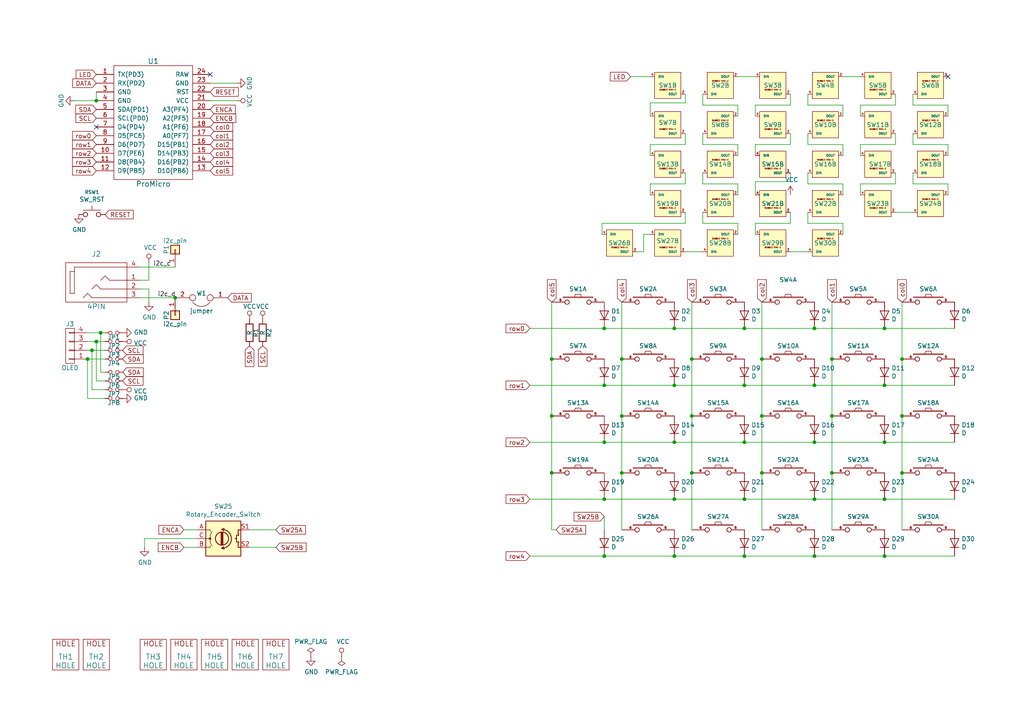
<source format=kicad_sch>
(kicad_sch (version 20230121) (generator eeschema)
  (paper "A4")
  (junction (at 25.4 104.14))
  (junction (at 241.3 104.14))
  (junction (at 195.58 95.25))
  (junction (at 160.02 104.14))
  (junction (at 261.62 120.65))
  (junction (at 215.9 95.25))
  (junction (at 220.98 120.65))
  (junction (at 236.22 161.29))
  (junction (at 180.34 120.65))
  (junction (at 256.54 111.76))
  (junction (at 26.67 101.6))
  (junction (at 27.94 99.06))
  (junction (at 175.26 95.25))
  (junction (at 195.58 161.29))
  (junction (at 180.34 104.14))
  (junction (at 215.9 161.29))
  (junction (at 256.54 161.29))
  (junction (at 200.66 120.65))
  (junction (at 215.9 144.78))
  (junction (at 261.62 104.14))
  (junction (at 236.22 128.27))
  (junction (at 175.26 161.29))
  (junction (at 220.98 104.14))
  (junction (at 256.54 128.27))
  (junction (at 175.26 111.76))
  (junction (at 27.94 29.21))
  (junction (at 195.58 144.78))
  (junction (at 256.54 95.25))
  (junction (at 160.02 120.65))
  (junction (at 241.3 137.16))
  (junction (at 236.22 111.76))
  (junction (at 236.22 95.25))
  (junction (at 200.66 137.16))
  (junction (at 215.9 128.27))
  (junction (at 50.8 86.36))
  (junction (at 236.22 144.78))
  (junction (at 175.26 144.78))
  (junction (at 180.34 137.16))
  (junction (at 215.9 111.76))
  (junction (at 241.3 120.65))
  (junction (at 261.62 137.16))
  (junction (at 175.26 128.27))
  (junction (at 29.21 96.52))
  (junction (at 160.02 137.16))
  (junction (at 200.66 104.14))
  (junction (at 220.98 137.16))
  (junction (at 195.58 111.76))
  (junction (at 256.54 144.78))
  (junction (at 195.58 128.27))
  (no_connect (at 60.96 21.59))
  (no_connect (at 27.94 36.83))
  (no_connect (at 274.955 22.225))
  (wire (pts (xy 203.835 41.91) (xy 203.835 38.735)))
  (wire (pts (xy 244.475 64.77) (xy 234.315 64.77)))
  (wire (pts (xy 195.58 144.78) (xy 175.26 144.78)))
  (wire (pts (xy 27.94 110.49) (xy 30.48 110.49)))
  (wire (pts (xy 200.66 137.16) (xy 200.66 153.67)))
  (wire (pts (xy 236.22 144.78) (xy 256.54 144.78)))
  (wire (pts (xy 229.235 50.165) (xy 229.235 52.705)))
  (wire (pts (xy 198.755 53.34) (xy 188.595 53.34)))
  (wire (pts (xy 236.22 161.29) (xy 256.54 161.29)))
  (wire (pts (xy 25.4 99.06) (xy 27.94 99.06)))
  (wire (pts (xy 30.48 104.14) (xy 25.4 104.14)))
  (wire (pts (xy 229.235 38.735) (xy 229.235 41.91)))
  (wire (pts (xy 175.26 144.78) (xy 153.67 144.78)))
  (wire (pts (xy 259.715 30.48) (xy 249.555 30.48)))
  (wire (pts (xy 256.54 95.25) (xy 276.86 95.25)))
  (wire (pts (xy 174.625 64.77) (xy 174.625 67.945)))
  (wire (pts (xy 43.18 83.82) (xy 43.18 87.63)))
  (wire (pts (xy 213.995 56.515) (xy 213.995 53.34)))
  (wire (pts (xy 241.3 104.14) (xy 241.3 120.65)))
  (wire (pts (xy 53.34 153.67) (xy 57.15 153.67)))
  (wire (pts (xy 244.475 67.945) (xy 244.475 64.77)))
  (wire (pts (xy 220.98 87.63) (xy 220.98 104.14)))
  (wire (pts (xy 261.62 120.65) (xy 261.62 104.14)))
  (wire (pts (xy 234.315 64.77) (xy 234.315 61.595)))
  (wire (pts (xy 213.995 22.225) (xy 219.075 22.225)))
  (wire (pts (xy 229.235 41.91) (xy 219.075 41.91)))
  (wire (pts (xy 241.3 87.63) (xy 241.3 104.14)))
  (wire (pts (xy 25.4 115.57) (xy 30.48 115.57)))
  (wire (pts (xy 203.835 30.48) (xy 203.835 27.305)))
  (wire (pts (xy 220.98 104.14) (xy 220.98 120.65)))
  (wire (pts (xy 249.555 53.34) (xy 249.555 56.515)))
  (wire (pts (xy 249.555 41.91) (xy 249.555 45.085)))
  (wire (pts (xy 244.475 33.655) (xy 244.475 30.48)))
  (wire (pts (xy 219.075 30.48) (xy 219.075 33.655)))
  (wire (pts (xy 256.54 144.78) (xy 276.86 144.78)))
  (wire (pts (xy 29.21 96.52) (xy 29.21 107.95)))
  (wire (pts (xy 213.995 33.655) (xy 213.995 30.48)))
  (wire (pts (xy 160.02 137.16) (xy 160.02 153.67)))
  (wire (pts (xy 229.235 30.48) (xy 219.075 30.48)))
  (wire (pts (xy 219.075 41.91) (xy 219.075 45.085)))
  (wire (pts (xy 264.795 53.34) (xy 264.795 50.165)))
  (wire (pts (xy 175.26 161.29) (xy 195.58 161.29)))
  (wire (pts (xy 220.98 120.65) (xy 220.98 137.16)))
  (wire (pts (xy 180.34 120.65) (xy 180.34 137.16)))
  (wire (pts (xy 213.995 41.91) (xy 203.835 41.91)))
  (wire (pts (xy 27.94 99.06) (xy 27.94 110.49)))
  (wire (pts (xy 274.955 56.515) (xy 274.955 53.34)))
  (wire (pts (xy 186.69 67.945) (xy 188.595 67.945)))
  (wire (pts (xy 259.715 53.34) (xy 249.555 53.34)))
  (wire (pts (xy 53.34 158.75) (xy 57.15 158.75)))
  (wire (pts (xy 264.795 41.91) (xy 264.795 38.735)))
  (wire (pts (xy 259.715 61.595) (xy 264.795 61.595)))
  (wire (pts (xy 215.9 161.29) (xy 236.22 161.29)))
  (wire (pts (xy 229.235 61.595) (xy 229.235 64.77)))
  (wire (pts (xy 40.64 83.82) (xy 43.18 83.82)))
  (wire (pts (xy 175.26 128.27) (xy 153.67 128.27)))
  (wire (pts (xy 256.54 111.76) (xy 276.86 111.76)))
  (wire (pts (xy 234.315 53.34) (xy 234.315 50.165)))
  (wire (pts (xy 195.58 111.76) (xy 215.9 111.76)))
  (wire (pts (xy 220.98 137.16) (xy 220.98 153.67)))
  (wire (pts (xy 43.18 81.28) (xy 40.64 81.28)))
  (wire (pts (xy 25.4 104.14) (xy 25.4 115.57)))
  (wire (pts (xy 229.235 27.305) (xy 229.235 30.48)))
  (wire (pts (xy 27.94 99.06) (xy 30.48 99.06)))
  (wire (pts (xy 198.755 38.735) (xy 198.755 41.91)))
  (wire (pts (xy 200.66 120.65) (xy 200.66 137.16)))
  (wire (pts (xy 215.9 144.78) (xy 236.22 144.78)))
  (wire (pts (xy 274.955 30.48) (xy 264.795 30.48)))
  (wire (pts (xy 198.755 41.91) (xy 188.595 41.91)))
  (wire (pts (xy 195.58 161.29) (xy 215.9 161.29)))
  (wire (pts (xy 72.39 153.67) (xy 80.01 153.67)))
  (wire (pts (xy 213.995 67.945) (xy 213.995 64.77)))
  (wire (pts (xy 72.39 158.75) (xy 80.01 158.75)))
  (wire (pts (xy 244.475 30.48) (xy 234.315 30.48)))
  (wire (pts (xy 274.955 53.34) (xy 264.795 53.34)))
  (wire (pts (xy 27.94 26.67) (xy 27.94 29.21)))
  (wire (pts (xy 229.235 64.77) (xy 219.075 64.77)))
  (wire (pts (xy 198.755 50.165) (xy 198.755 53.34)))
  (wire (pts (xy 40.64 77.47) (xy 50.8 77.47)))
  (wire (pts (xy 182.88 22.225) (xy 188.595 22.225)))
  (wire (pts (xy 256.54 161.29) (xy 276.86 161.29)))
  (wire (pts (xy 213.995 45.085) (xy 213.995 41.91)))
  (wire (pts (xy 195.58 128.27) (xy 215.9 128.27)))
  (wire (pts (xy 200.66 104.14) (xy 200.66 120.65)))
  (wire (pts (xy 203.835 64.77) (xy 203.835 61.595)))
  (wire (pts (xy 26.67 113.03) (xy 30.48 113.03)))
  (wire (pts (xy 175.26 149.86) (xy 175.26 153.67)))
  (wire (pts (xy 188.595 53.34) (xy 188.595 56.515)))
  (wire (pts (xy 259.715 50.165) (xy 259.715 53.34)))
  (wire (pts (xy 60.96 24.13) (xy 68.58 24.13)))
  (wire (pts (xy 25.4 101.6) (xy 26.67 101.6)))
  (wire (pts (xy 195.58 144.78) (xy 215.9 144.78)))
  (wire (pts (xy 215.9 111.76) (xy 236.22 111.76)))
  (wire (pts (xy 234.315 41.91) (xy 234.315 38.735)))
  (wire (pts (xy 229.235 52.705) (xy 219.075 52.705)))
  (wire (pts (xy 219.075 52.705) (xy 219.075 56.515)))
  (wire (pts (xy 213.995 64.77) (xy 203.835 64.77)))
  (wire (pts (xy 261.62 137.16) (xy 261.62 153.67)))
  (wire (pts (xy 180.34 137.16) (xy 180.34 153.67)))
  (wire (pts (xy 236.22 111.76) (xy 256.54 111.76)))
  (wire (pts (xy 160.02 153.67) (xy 161.29 153.67)))
  (wire (pts (xy 264.795 30.48) (xy 264.795 27.305)))
  (wire (pts (xy 234.315 30.48) (xy 234.315 27.305)))
  (wire (pts (xy 188.595 41.91) (xy 188.595 45.085)))
  (wire (pts (xy 195.58 111.76) (xy 175.26 111.76)))
  (wire (pts (xy 29.21 107.95) (xy 30.48 107.95)))
  (wire (pts (xy 198.755 73.025) (xy 203.835 73.025)))
  (wire (pts (xy 256.54 95.25) (xy 236.22 95.25)))
  (wire (pts (xy 195.58 95.25) (xy 175.26 95.25)))
  (wire (pts (xy 29.21 96.52) (xy 30.48 96.52)))
  (wire (pts (xy 26.67 101.6) (xy 30.48 101.6)))
  (wire (pts (xy 244.475 45.085) (xy 244.475 41.91)))
  (wire (pts (xy 57.15 156.21) (xy 41.91 156.21)))
  (wire (pts (xy 160.02 104.14) (xy 160.02 120.65)))
  (wire (pts (xy 241.3 137.16) (xy 241.3 120.65)))
  (wire (pts (xy 180.34 87.63) (xy 180.34 104.14)))
  (wire (pts (xy 259.715 41.91) (xy 249.555 41.91)))
  (wire (pts (xy 203.835 53.34) (xy 203.835 50.165)))
  (wire (pts (xy 160.02 120.65) (xy 160.02 137.16)))
  (wire (pts (xy 175.26 95.25) (xy 153.67 95.25)))
  (wire (pts (xy 198.755 29.845) (xy 188.595 29.845)))
  (wire (pts (xy 43.18 76.2) (xy 43.18 81.28)))
  (wire (pts (xy 180.34 104.14) (xy 180.34 120.65)))
  (wire (pts (xy 40.64 86.36) (xy 50.8 86.36)))
  (wire (pts (xy 241.3 137.16) (xy 241.3 153.67)))
  (wire (pts (xy 244.475 56.515) (xy 244.475 53.34)))
  (wire (pts (xy 219.075 64.77) (xy 219.075 67.945)))
  (wire (pts (xy 215.9 128.27) (xy 236.22 128.27)))
  (wire (pts (xy 213.995 30.48) (xy 203.835 30.48)))
  (wire (pts (xy 153.67 161.29) (xy 175.26 161.29)))
  (wire (pts (xy 195.58 128.27) (xy 175.26 128.27)))
  (wire (pts (xy 274.955 45.085) (xy 274.955 41.91)))
  (wire (pts (xy 261.62 120.65) (xy 261.62 137.16)))
  (wire (pts (xy 261.62 104.14) (xy 261.62 87.63)))
  (wire (pts (xy 244.475 53.34) (xy 234.315 53.34)))
  (wire (pts (xy 259.715 38.735) (xy 259.715 41.91)))
  (wire (pts (xy 229.235 73.025) (xy 234.315 73.025)))
  (wire (pts (xy 215.9 95.25) (xy 236.22 95.25)))
  (wire (pts (xy 184.785 73.025) (xy 186.69 73.025)))
  (wire (pts (xy 195.58 95.25) (xy 215.9 95.25)))
  (wire (pts (xy 26.67 101.6) (xy 26.67 113.03)))
  (wire (pts (xy 198.755 61.595) (xy 198.755 64.77)))
  (wire (pts (xy 244.475 22.225) (xy 249.555 22.225)))
  (wire (pts (xy 213.995 53.34) (xy 203.835 53.34)))
  (wire (pts (xy 274.955 33.655) (xy 274.955 30.48)))
  (wire (pts (xy 244.475 41.91) (xy 234.315 41.91)))
  (wire (pts (xy 41.91 156.21) (xy 41.91 158.75)))
  (wire (pts (xy 198.755 27.305) (xy 198.755 29.845)))
  (wire (pts (xy 274.955 41.91) (xy 264.795 41.91)))
  (wire (pts (xy 60.96 29.21) (xy 68.58 29.21)))
  (wire (pts (xy 249.555 30.48) (xy 249.555 33.655)))
  (wire (pts (xy 175.26 111.76) (xy 153.67 111.76)))
  (wire (pts (xy 188.595 29.845) (xy 188.595 33.655)))
  (wire (pts (xy 236.22 128.27) (xy 256.54 128.27)))
  (wire (pts (xy 25.4 96.52) (xy 29.21 96.52)))
  (wire (pts (xy 27.94 29.21) (xy 21.59 29.21)))
  (wire (pts (xy 259.715 27.305) (xy 259.715 30.48)))
  (wire (pts (xy 200.66 87.63) (xy 200.66 104.14)))
  (wire (pts (xy 186.69 73.025) (xy 186.69 67.945)))
  (wire (pts (xy 198.755 64.77) (xy 174.625 64.77)))
  (wire (pts (xy 256.54 128.27) (xy 276.86 128.27)))
  (wire (pts (xy 160.02 87.63) (xy 160.02 104.14)))
  (label "i2c_d" (at 45.72 86.36 0))
  (label "i2c_c" (at 44.45 77.47 0))
  (global_label "SW25B" (shape input) (at 80.01 158.75 0) (property "Intersheetrefs" "${INTERSHEET_REFS}" (effects hide)))
  (global_label "col0" (shape input) (at 261.62 87.63 90) (property "Intersheetrefs" "${INTERSHEET_REFS}" (effects hide)))
  (global_label "SDA" (shape input) (at 27.94 31.75 180) (property "Intersheetrefs" "${INTERSHEET_REFS}" (effects hide)))
  (global_label "col2" (shape input) (at 60.96 41.91 0) (property "Intersheetrefs" "${INTERSHEET_REFS}" (effects hide)))
  (global_label "row2" (shape input) (at 27.94 44.45 180) (property "Intersheetrefs" "${INTERSHEET_REFS}" (effects hide)))
  (global_label "col4" (shape input) (at 180.34 87.63 90) (property "Intersheetrefs" "${INTERSHEET_REFS}" (effects hide)))
  (global_label "col1" (shape input) (at 241.3 87.63 90) (property "Intersheetrefs" "${INTERSHEET_REFS}" (effects hide)))
  (global_label "col0" (shape input) (at 60.96 36.83 0) (property "Intersheetrefs" "${INTERSHEET_REFS}" (effects hide)))
  (global_label "LED" (shape input) (at 27.94 21.59 180) (property "Intersheetrefs" "${INTERSHEET_REFS}" (effects hide)))
  (global_label "row1" (shape input) (at 27.94 41.91 180) (property "Intersheetrefs" "${INTERSHEET_REFS}" (effects hide)))
  (global_label "SW25A" (shape input) (at 80.01 153.67 0) (property "Intersheetrefs" "${INTERSHEET_REFS}" (effects hide)))
  (global_label "ENCA" (shape input) (at 53.34 153.67 180) (property "Intersheetrefs" "${INTERSHEET_REFS}" (effects hide)))
  (global_label "SW25B" (shape input) (at 175.26 149.86 180) (property "Intersheetrefs" "${INTERSHEET_REFS}" (effects hide)))
  (global_label "SCL" (shape input) (at 35.56 101.6 0) (property "Intersheetrefs" "${INTERSHEET_REFS}" (effects hide)))
  (global_label "LED" (shape input) (at 182.88 22.225 180) (property "Intersheetrefs" "${INTERSHEET_REFS}" (effects hide)))
  (global_label "col1" (shape input) (at 60.96 39.37 0) (property "Intersheetrefs" "${INTERSHEET_REFS}" (effects hide)))
  (global_label "ENCB" (shape input) (at 53.34 158.75 180) (property "Intersheetrefs" "${INTERSHEET_REFS}" (effects hide)))
  (global_label "col4" (shape input) (at 60.96 46.99 0) (property "Intersheetrefs" "${INTERSHEET_REFS}" (effects hide)))
  (global_label "SCL" (shape input) (at 35.56 110.49 0) (property "Intersheetrefs" "${INTERSHEET_REFS}" (effects hide)))
  (global_label "row0" (shape input) (at 153.67 95.25 180) (property "Intersheetrefs" "${INTERSHEET_REFS}" (effects hide)))
  (global_label "row3" (shape input) (at 27.94 46.99 180) (property "Intersheetrefs" "${INTERSHEET_REFS}" (effects hide)))
  (global_label "ENCB" (shape input) (at 60.96 34.29 0) (property "Intersheetrefs" "${INTERSHEET_REFS}" (effects hide)))
  (global_label "SDA" (shape input) (at 35.56 107.95 0) (property "Intersheetrefs" "${INTERSHEET_REFS}" (effects hide)))
  (global_label "ENCA" (shape input) (at 60.96 31.75 0) (property "Intersheetrefs" "${INTERSHEET_REFS}" (effects hide)))
  (global_label "row4" (shape input) (at 153.67 161.29 180) (property "Intersheetrefs" "${INTERSHEET_REFS}" (effects hide)))
  (global_label "SDA" (shape input) (at 35.56 104.14 0) (property "Intersheetrefs" "${INTERSHEET_REFS}" (effects hide)))
  (global_label "RESET" (shape input) (at 60.96 26.67 0) (property "Intersheetrefs" "${INTERSHEET_REFS}" (effects hide)))
  (global_label "col5" (shape input) (at 160.02 87.63 90) (property "Intersheetrefs" "${INTERSHEET_REFS}" (effects hide)))
  (global_label "row1" (shape input) (at 153.67 111.76 180) (property "Intersheetrefs" "${INTERSHEET_REFS}" (effects hide)))
  (global_label "col2" (shape input) (at 220.98 87.63 90) (property "Intersheetrefs" "${INTERSHEET_REFS}" (effects hide)))
  (global_label "RESET" (shape input) (at 30.48 62.23 0) (property "Intersheetrefs" "${INTERSHEET_REFS}" (effects hide)))
  (global_label "DATA" (shape input) (at 27.94 24.13 180) (property "Intersheetrefs" "${INTERSHEET_REFS}" (effects hide)))
  (global_label "SCL" (shape input) (at 76.2 100.33 270) (property "Intersheetrefs" "${INTERSHEET_REFS}" (effects hide)))
  (global_label "SDA" (shape input) (at 72.39 100.33 270) (property "Intersheetrefs" "${INTERSHEET_REFS}" (effects hide)))
  (global_label "col3" (shape input) (at 60.96 44.45 0) (property "Intersheetrefs" "${INTERSHEET_REFS}" (effects hide)))
  (global_label "row0" (shape input) (at 27.94 39.37 180) (property "Intersheetrefs" "${INTERSHEET_REFS}" (effects hide)))
  (global_label "DATA" (shape input) (at 66.04 86.36 0) (property "Intersheetrefs" "${INTERSHEET_REFS}" (effects hide)))
  (global_label "SCL" (shape input) (at 27.94 34.29 180) (property "Intersheetrefs" "${INTERSHEET_REFS}" (effects hide)))
  (global_label "col5" (shape input) (at 60.96 49.53 0) (property "Intersheetrefs" "${INTERSHEET_REFS}" (effects hide)))
  (global_label "row3" (shape input) (at 153.67 144.78 180) (property "Intersheetrefs" "${INTERSHEET_REFS}" (effects hide)))
  (global_label "row2" (shape input) (at 153.67 128.27 180) (property "Intersheetrefs" "${INTERSHEET_REFS}" (effects hide)))
  (global_label "SW25A" (shape input) (at 161.29 153.67 0) (property "Intersheetrefs" "${INTERSHEET_REFS}" (effects hide)))
  (global_label "row4" (shape input) (at 27.94 49.53 180) (property "Intersheetrefs" "${INTERSHEET_REFS}" (effects hide)))
  (global_label "col3" (shape input) (at 200.66 87.63 90) (property "Intersheetrefs" "${INTERSHEET_REFS}" (effects hide)))
  (symbol (lib_id "SofleKeyboard-rescue:ProMicro_2-Lily58-cache-Lily58_Pro-rescue") (at 44.45 35.56 0) (unit 1)
    (property "Reference" "U1" (at 44.45 17.78 0) (effects (font (size 1.524 1.524))))
    (property "Value" "ProMicro" (at 44.45 53.34 0) (effects (font (size 1.524 1.524))))
    (property "Footprint" "SofleKeyboard-footprint:ProMicro" (effects hide))
  )
  (symbol (lib_id "SofleKeyboard:SW_PUSH_LED") (at 187.96 153.67 0) (unit 1)
    (property "Reference" "SW26" (at 187.96 149.86 0))
    (property "Value" "SW_PUSH_LED" (effects hide))
    (property "Footprint" "SofleChoc:Choc_Hotswap_SK6812MiniE" (effects hide))
  )
  (symbol (lib_id "SofleKeyboard:SW_PUSH_LED") (at 167.64 87.63 0) (unit 1)
    (property "Reference" "SW1" (at 167.64 83.82 0))
    (property "Value" "SW_PUSH_LED" (effects hide))
    (property "Footprint" "SofleChoc:Choc_Hotswap_SK6812MiniE" (effects hide))
  )
  (symbol (lib_id "SofleKeyboard-rescue:D-Lily58-cache-Lily58_Pro-rescue") (at 175.26 91.44 90) (unit 1)
    (property "Reference" "D1" (at 177.2666 90.2716 90) (effects (justify right)))
    (property "Value" "D" (at 177.2666 92.583 90) (effects (justify right)))
    (property "Footprint" "SofleKeyboard-footprint:Diode_SOD123" (effects hide))
  )
  (symbol (lib_id "SofleKeyboard:SW_PUSH_LED") (at 187.96 87.63 0) (unit 1)
    (property "Reference" "SW2" (at 187.96 83.82 0))
    (property "Value" "SW_PUSH_LED" (effects hide))
    (property "Footprint" "SofleChoc:Choc_Hotswap_SK6812MiniE" (effects hide))
  )
  (symbol (lib_id "SofleKeyboard-rescue:D-Lily58-cache-Lily58_Pro-rescue") (at 195.58 91.44 90) (unit 1)
    (property "Reference" "D2" (at 197.5866 90.2716 90) (effects (justify right)))
    (property "Value" "D" (at 197.5866 92.583 90) (effects (justify right)))
    (property "Footprint" "SofleKeyboard-footprint:Diode_SOD123" (effects hide))
  )
  (symbol (lib_id "SofleKeyboard:SW_PUSH_LED") (at 208.28 87.63 0) (unit 1)
    (property "Reference" "SW3" (at 208.28 83.82 0))
    (property "Value" "SW_PUSH_LED" (effects hide))
    (property "Footprint" "SofleChoc:Choc_Hotswap_SK6812MiniE" (effects hide))
  )
  (symbol (lib_id "SofleKeyboard-rescue:D-Lily58-cache-Lily58_Pro-rescue") (at 215.9 91.44 90) (unit 1)
    (property "Reference" "D3" (at 217.9066 90.2716 90) (effects (justify right)))
    (property "Value" "D" (at 217.9066 92.583 90) (effects (justify right)))
    (property "Footprint" "SofleKeyboard-footprint:Diode_SOD123" (effects hide))
  )
  (symbol (lib_id "SofleKeyboard:SW_PUSH_LED") (at 228.6 87.63 0) (unit 1)
    (property "Reference" "SW4" (at 228.6 81.153 0))
    (property "Value" "SW_PUSH_LED" (effects hide))
    (property "Footprint" "SofleChoc:Choc_Hotswap_SK6812MiniE" (effects hide))
  )
  (symbol (lib_id "SofleKeyboard-rescue:D-Lily58-cache-Lily58_Pro-rescue") (at 236.22 91.44 90) (unit 1)
    (property "Reference" "D4" (at 238.2266 90.2716 90) (effects (justify right)))
    (property "Value" "D" (at 238.2266 92.583 90) (effects (justify right)))
    (property "Footprint" "SofleKeyboard-footprint:Diode_SOD123" (effects hide))
  )
  (symbol (lib_id "SofleKeyboard:SW_PUSH_LED") (at 248.92 87.63 0) (unit 1)
    (property "Reference" "SW5" (at 248.92 83.82 0))
    (property "Value" "SW_PUSH_LED" (effects hide))
    (property "Footprint" "SofleChoc:Choc_Hotswap_SK6812MiniE" (effects hide))
  )
  (symbol (lib_id "SofleKeyboard-rescue:D-Lily58-cache-Lily58_Pro-rescue") (at 256.54 91.44 90) (unit 1)
    (property "Reference" "D5" (at 258.5466 90.2716 90) (effects (justify right)))
    (property "Value" "D" (at 258.5466 92.583 90) (effects (justify right)))
    (property "Footprint" "SofleKeyboard-footprint:Diode_SOD123" (effects hide))
  )
  (symbol (lib_id "SofleKeyboard:SW_PUSH_LED") (at 269.24 87.63 0) (unit 1)
    (property "Reference" "SW6" (at 269.24 83.82 0))
    (property "Value" "SW_PUSH_LED" (effects hide))
    (property "Footprint" "SofleChoc:Choc_Hotswap_SK6812MiniE" (effects hide))
  )
  (symbol (lib_id "SofleKeyboard-rescue:D-Lily58-cache-Lily58_Pro-rescue") (at 276.86 91.44 90) (unit 1)
    (property "Reference" "D6" (at 278.8666 90.2716 90) (effects (justify right)))
    (property "Value" "D" (at 278.8666 92.583 90) (effects (justify right)))
    (property "Footprint" "SofleKeyboard-footprint:Diode_SOD123" (effects hide))
  )
  (symbol (lib_id "SofleKeyboard:SW_PUSH_LED") (at 187.96 104.14 0) (unit 1)
    (property "Reference" "SW8" (at 187.96 100.33 0))
    (property "Value" "SW_PUSH_LED" (effects hide))
    (property "Footprint" "SofleChoc:Choc_Hotswap_SK6812MiniE" (effects hide))
  )
  (symbol (lib_id "SofleKeyboard:SW_PUSH_LED") (at 208.28 104.14 0) (unit 1)
    (property "Reference" "SW9" (at 208.28 100.33 0))
    (property "Value" "SW_PUSH_LED" (effects hide))
    (property "Footprint" "SofleChoc:Choc_Hotswap_SK6812MiniE" (effects hide))
  )
  (symbol (lib_id "SofleKeyboard:SW_PUSH_LED") (at 228.6 104.14 0) (unit 1)
    (property "Reference" "SW10" (at 228.6 100.33 0))
    (property "Value" "SW_PUSH_LED" (effects hide))
    (property "Footprint" "SofleChoc:Choc_Hotswap_SK6812MiniE" (effects hide))
  )
  (symbol (lib_id "SofleKeyboard:SW_PUSH_LED") (at 248.92 104.14 0) (unit 1)
    (property "Reference" "SW11" (at 248.92 100.33 0))
    (property "Value" "SW_PUSH_LED" (effects hide))
    (property "Footprint" "SofleChoc:Choc_Hotswap_SK6812MiniE" (effects hide))
  )
  (symbol (lib_id "SofleKeyboard:SW_PUSH_LED") (at 269.24 104.14 0) (unit 1)
    (property "Reference" "SW12" (at 269.24 100.33 0))
    (property "Value" "SW_PUSH_LED" (effects hide))
    (property "Footprint" "SofleChoc:Choc_Hotswap_SK6812MiniE" (effects hide))
  )
  (symbol (lib_id "SofleKeyboard:SW_PUSH_LED") (at 167.64 104.14 0) (unit 1)
    (property "Reference" "SW7" (at 167.64 100.33 0))
    (property "Value" "SW_PUSH_LED" (effects hide))
    (property "Footprint" "SofleChoc:Choc_Hotswap_SK6812MiniE" (effects hide))
  )
  (symbol (lib_id "SofleKeyboard-rescue:D-Lily58-cache-Lily58_Pro-rescue") (at 175.26 107.95 90) (unit 1)
    (property "Reference" "D7" (at 177.2666 106.7816 90) (effects (justify right)))
    (property "Value" "D" (at 177.2666 109.093 90) (effects (justify right)))
    (property "Footprint" "SofleKeyboard-footprint:Diode_SOD123" (effects hide))
  )
  (symbol (lib_id "SofleKeyboard-rescue:D-Lily58-cache-Lily58_Pro-rescue") (at 195.58 107.95 90) (unit 1)
    (property "Reference" "D8" (at 197.5866 106.7816 90) (effects (justify right)))
    (property "Value" "D" (at 197.5866 109.093 90) (effects (justify right)))
    (property "Footprint" "SofleKeyboard-footprint:Diode_SOD123" (effects hide))
  )
  (symbol (lib_id "SofleKeyboard-rescue:D-Lily58-cache-Lily58_Pro-rescue") (at 215.9 107.95 90) (unit 1)
    (property "Reference" "D9" (at 217.9066 106.7816 90) (effects (justify right)))
    (property "Value" "D" (at 217.9066 109.093 90) (effects (justify right)))
    (property "Footprint" "SofleKeyboard-footprint:Diode_SOD123" (effects hide))
  )
  (symbol (lib_id "SofleKeyboard-rescue:D-Lily58-cache-Lily58_Pro-rescue") (at 236.22 107.95 90) (unit 1)
    (property "Reference" "D10" (at 238.2266 106.7816 90) (effects (justify right)))
    (property "Value" "D" (at 238.2266 109.093 90) (effects (justify right)))
    (property "Footprint" "SofleKeyboard-footprint:Diode_SOD123" (effects hide))
  )
  (symbol (lib_id "SofleKeyboard-rescue:D-Lily58-cache-Lily58_Pro-rescue") (at 256.54 107.95 90) (unit 1)
    (property "Reference" "D11" (at 258.5466 106.7816 90) (effects (justify right)))
    (property "Value" "D" (at 258.5466 109.093 90) (effects (justify right)))
    (property "Footprint" "SofleKeyboard-footprint:Diode_SOD123" (effects hide))
  )
  (symbol (lib_id "SofleKeyboard-rescue:D-Lily58-cache-Lily58_Pro-rescue") (at 276.86 107.95 90) (unit 1)
    (property "Reference" "D12" (at 278.8666 106.7816 90) (effects (justify right)))
    (property "Value" "D" (at 278.8666 109.093 90) (effects (justify right)))
    (property "Footprint" "SofleKeyboard-footprint:Diode_SOD123" (effects hide))
  )
  (symbol (lib_id "SofleKeyboard:SW_PUSH_LED") (at 167.64 120.65 0) (unit 1)
    (property "Reference" "SW13" (at 167.64 116.84 0))
    (property "Value" "SW_PUSH_LED" (effects hide))
    (property "Footprint" "SofleChoc:Choc_Hotswap_SK6812MiniE" (effects hide))
  )
  (symbol (lib_id "SofleKeyboard:SW_PUSH_LED") (at 187.96 120.65 0) (unit 1)
    (property "Reference" "SW14" (at 187.96 116.84 0))
    (property "Value" "SW_PUSH_LED" (effects hide))
    (property "Footprint" "SofleChoc:Choc_Hotswap_SK6812MiniE" (effects hide))
  )
  (symbol (lib_id "SofleKeyboard:SW_PUSH_LED") (at 208.28 120.65 0) (unit 1)
    (property "Reference" "SW15" (at 208.28 116.84 0))
    (property "Value" "SW_PUSH_LED" (effects hide))
    (property "Footprint" "SofleChoc:Choc_Hotswap_SK6812MiniE" (effects hide))
  )
  (symbol (lib_id "SofleKeyboard:SW_PUSH_LED") (at 228.6 120.65 0) (unit 1)
    (property "Reference" "SW16" (at 228.6 116.84 0))
    (property "Value" "SW_PUSH_LED" (effects hide))
    (property "Footprint" "SofleChoc:Choc_Hotswap_SK6812MiniE" (effects hide))
  )
  (symbol (lib_id "SofleKeyboard:SW_PUSH_LED") (at 248.92 120.65 0) (unit 1)
    (property "Reference" "SW17" (at 248.92 116.84 0))
    (property "Value" "SW_PUSH_LED" (effects hide))
    (property "Footprint" "SofleChoc:Choc_Hotswap_SK6812MiniE" (effects hide))
  )
  (symbol (lib_id "SofleKeyboard:SW_PUSH_LED") (at 269.24 120.65 0) (unit 1)
    (property "Reference" "SW18" (at 269.24 116.84 0))
    (property "Value" "SW_PUSH_LED" (effects hide))
    (property "Footprint" "SofleChoc:Choc_Hotswap_SK6812MiniE" (effects hide))
  )
  (symbol (lib_id "SofleKeyboard-rescue:D-Lily58-cache-Lily58_Pro-rescue") (at 175.26 124.46 90) (unit 1)
    (property "Reference" "D13" (at 177.2666 123.2916 90) (effects (justify right)))
    (property "Value" "D" (at 177.2666 125.603 90) (effects (justify right)))
    (property "Footprint" "SofleKeyboard-footprint:Diode_SOD123" (effects hide))
  )
  (symbol (lib_id "SofleKeyboard-rescue:D-Lily58-cache-Lily58_Pro-rescue") (at 195.58 124.46 90) (unit 1)
    (property "Reference" "D14" (at 197.5866 123.2916 90) (effects (justify right)))
    (property "Value" "D" (at 197.5866 125.603 90) (effects (justify right)))
    (property "Footprint" "SofleKeyboard-footprint:Diode_SOD123" (effects hide))
  )
  (symbol (lib_id "SofleKeyboard-rescue:D-Lily58-cache-Lily58_Pro-rescue") (at 215.9 124.46 90) (unit 1)
    (property "Reference" "D15" (at 217.9066 123.2916 90) (effects (justify right)))
    (property "Value" "D" (at 217.9066 125.603 90) (effects (justify right)))
    (property "Footprint" "SofleKeyboard-footprint:Diode_SOD123" (effects hide))
  )
  (symbol (lib_id "SofleKeyboard-rescue:D-Lily58-cache-Lily58_Pro-rescue") (at 236.22 124.46 90) (unit 1)
    (property "Reference" "D16" (at 238.2266 123.2916 90) (effects (justify right)))
    (property "Value" "D" (at 238.2266 125.603 90) (effects (justify right)))
    (property "Footprint" "SofleKeyboard-footprint:Diode_SOD123" (effects hide))
  )
  (symbol (lib_id "SofleKeyboard-rescue:D-Lily58-cache-Lily58_Pro-rescue") (at 256.54 124.46 90) (unit 1)
    (property "Reference" "D17" (at 258.5466 123.2916 90) (effects (justify right)))
    (property "Value" "D" (at 258.5466 125.603 90) (effects (justify right)))
    (property "Footprint" "SofleKeyboard-footprint:Diode_SOD123" (effects hide))
  )
  (symbol (lib_id "SofleKeyboard-rescue:D-Lily58-cache-Lily58_Pro-rescue") (at 276.86 124.46 90) (unit 1)
    (property "Reference" "D18" (at 278.8666 123.2916 90) (effects (justify right)))
    (property "Value" "D" (at 278.8666 125.603 90) (effects (justify right)))
    (property "Footprint" "SofleKeyboard-footprint:Diode_SOD123" (effects hide))
  )
  (symbol (lib_id "SofleKeyboard:SW_PUSH_LED") (at 208.28 137.16 0) (unit 1)
    (property "Reference" "SW21" (at 208.28 133.35 0))
    (property "Value" "SW_PUSH_LED" (effects hide))
    (property "Footprint" "SofleChoc:Choc_Hotswap_SK6812MiniE" (effects hide))
  )
  (symbol (lib_id "SofleKeyboard:SW_PUSH_LED") (at 228.6 137.16 0) (unit 1)
    (property "Reference" "SW22" (at 228.6 133.35 0))
    (property "Value" "SW_PUSH_LED" (effects hide))
    (property "Footprint" "SofleChoc:Choc_Hotswap_SK6812MiniE" (effects hide))
  )
  (symbol (lib_id "SofleKeyboard:SW_PUSH_LED") (at 248.92 137.16 0) (unit 1)
    (property "Reference" "SW23" (at 248.92 133.35 0))
    (property "Value" "SW_PUSH_LED" (effects hide))
    (property "Footprint" "SofleChoc:Choc_Hotswap_SK6812MiniE" (effects hide))
  )
  (symbol (lib_id "SofleKeyboard:SW_PUSH_LED") (at 269.24 137.16 0) (unit 1)
    (property "Reference" "SW24" (at 269.24 133.35 0))
    (property "Value" "SW_PUSH_LED" (effects hide))
    (property "Footprint" "SofleChoc:Choc_Hotswap_SK6812MiniE" (effects hide))
  )
  (symbol (lib_id "SofleKeyboard:SW_PUSH_LED") (at 187.96 137.16 0) (unit 1)
    (property "Reference" "SW20" (at 187.96 133.35 0))
    (property "Value" "SW_PUSH_LED" (effects hide))
    (property "Footprint" "SofleChoc:Choc_Hotswap_SK6812MiniE" (effects hide))
  )
  (symbol (lib_id "SofleKeyboard:SW_PUSH_LED") (at 167.64 137.16 0) (unit 1)
    (property "Reference" "SW19" (at 167.64 133.35 0))
    (property "Value" "SW_PUSH_LED" (effects hide))
    (property "Footprint" "SofleChoc:Choc_Hotswap_SK6812MiniE" (effects hide))
  )
  (symbol (lib_id "SofleKeyboard-rescue:D-Lily58-cache-Lily58_Pro-rescue") (at 175.26 140.97 90) (unit 1)
    (property "Reference" "D19" (at 177.2666 139.8016 90) (effects (justify right)))
    (property "Value" "D" (at 177.2666 142.113 90) (effects (justify right)))
    (property "Footprint" "SofleKeyboard-footprint:Diode_SOD123" (effects hide))
  )
  (symbol (lib_id "SofleKeyboard-rescue:D-Lily58-cache-Lily58_Pro-rescue") (at 195.58 140.97 90) (unit 1)
    (property "Reference" "D20" (at 197.5866 139.8016 90) (effects (justify right)))
    (property "Value" "D" (at 197.5866 142.113 90) (effects (justify right)))
    (property "Footprint" "SofleKeyboard-footprint:Diode_SOD123" (effects hide))
  )
  (symbol (lib_id "SofleKeyboard-rescue:D-Lily58-cache-Lily58_Pro-rescue") (at 215.9 140.97 90) (unit 1)
    (property "Reference" "D21" (at 217.9066 139.8016 90) (effects (justify right)))
    (property "Value" "D" (at 217.9066 142.113 90) (effects (justify right)))
    (property "Footprint" "SofleKeyboard-footprint:Diode_SOD123" (effects hide))
  )
  (symbol (lib_id "SofleKeyboard-rescue:D-Lily58-cache-Lily58_Pro-rescue") (at 236.22 140.97 90) (unit 1)
    (property "Reference" "D22" (at 238.2266 139.8016 90) (effects (justify right)))
    (property "Value" "D" (at 238.2266 142.113 90) (effects (justify right)))
    (property "Footprint" "SofleKeyboard-footprint:Diode_SOD123" (effects hide))
  )
  (symbol (lib_id "SofleKeyboard-rescue:D-Lily58-cache-Lily58_Pro-rescue") (at 256.54 140.97 90) (unit 1)
    (property "Reference" "D23" (at 258.5466 139.8016 90) (effects (justify right)))
    (property "Value" "D" (at 258.5466 142.113 90) (effects (justify right)))
    (property "Footprint" "SofleKeyboard-footprint:Diode_SOD123" (effects hide))
  )
  (symbol (lib_id "SofleKeyboard-rescue:D-Lily58-cache-Lily58_Pro-rescue") (at 276.86 140.97 90) (unit 1)
    (property "Reference" "D24" (at 278.8666 139.8016 90) (effects (justify right)))
    (property "Value" "D" (at 278.8666 142.113 90) (effects (justify right)))
    (property "Footprint" "SofleKeyboard-footprint:Diode_SOD123" (effects hide))
  )
  (symbol (lib_id "SofleKeyboard:SW_PUSH_LED") (at 208.28 153.67 0) (unit 1)
    (property "Reference" "SW27" (at 208.28 149.86 0))
    (property "Value" "SW_PUSH_LED" (effects hide))
    (property "Footprint" "SofleChoc:Choc_Hotswap_SK6812MiniE" (effects hide))
  )
  (symbol (lib_id "SofleKeyboard:SW_PUSH_LED") (at 228.6 153.67 0) (unit 1)
    (property "Reference" "SW28" (at 228.6 149.86 0))
    (property "Value" "SW_PUSH_LED" (effects hide))
    (property "Footprint" "SofleChoc:Choc_Hotswap_SK6812MiniE" (effects hide))
  )
  (symbol (lib_id "SofleKeyboard:SW_PUSH_LED") (at 248.92 153.67 0) (unit 1)
    (property "Reference" "SW29" (at 248.92 149.86 0))
    (property "Value" "SW_PUSH_LED" (effects hide))
    (property "Footprint" "SofleChoc:Choc_Hotswap_SK6812MiniE" (effects hide))
  )
  (symbol (lib_id "SofleKeyboard-rescue:D-Lily58-cache-Lily58_Pro-rescue") (at 175.26 157.48 90) (unit 1)
    (property "Reference" "D25" (at 177.2666 156.3116 90) (effects (justify right)))
    (property "Value" "D" (at 177.2666 158.623 90) (effects (justify right)))
    (property "Footprint" "SofleKeyboard-footprint:Diode_SOD123" (effects hide))
  )
  (symbol (lib_id "SofleKeyboard-rescue:D-Lily58-cache-Lily58_Pro-rescue") (at 195.58 157.48 90) (unit 1)
    (property "Reference" "D26" (at 197.5866 156.3116 90) (effects (justify right)))
    (property "Value" "D" (at 197.5866 158.623 90) (effects (justify right)))
    (property "Footprint" "SofleKeyboard-footprint:Diode_SOD123" (effects hide))
  )
  (symbol (lib_id "SofleKeyboard-rescue:D-Lily58-cache-Lily58_Pro-rescue") (at 215.9 157.48 90) (unit 1)
    (property "Reference" "D27" (at 217.9066 156.3116 90) (effects (justify right)))
    (property "Value" "D" (at 217.9066 158.623 90) (effects (justify right)))
    (property "Footprint" "SofleKeyboard-footprint:Diode_SOD123" (effects hide))
  )
  (symbol (lib_id "SofleKeyboard-rescue:D-Lily58-cache-Lily58_Pro-rescue") (at 236.22 157.48 90) (unit 1)
    (property "Reference" "D28" (at 238.2266 156.3116 90) (effects (justify right)))
    (property "Value" "D" (at 238.2266 158.623 90) (effects (justify right)))
    (property "Footprint" "SofleKeyboard-footprint:Diode_SOD123" (effects hide))
  )
  (symbol (lib_id "SofleKeyboard-rescue:D-Lily58-cache-Lily58_Pro-rescue") (at 256.54 157.48 90) (unit 1)
    (property "Reference" "D29" (at 258.5466 156.3116 90) (effects (justify right)))
    (property "Value" "D" (at 258.5466 158.623 90) (effects (justify right)))
    (property "Footprint" "SofleKeyboard-footprint:Diode_SOD123" (effects hide))
  )
  (symbol (lib_id "SofleKeyboard-rescue:VCC-Lily58-cache-Lily58_Pro-rescue") (at 68.58 29.21 270) (unit 1)
    (property "Reference" "#PWR04" (effects hide))
    (property "Value" "VCC" (at 72.39 29.21 0))
  )
  (symbol (lib_id "SofleKeyboard-rescue:VCC-Lily58-cache-Lily58_Pro-rescue") (at 72.39 92.71 0) (unit 1)
    (property "Reference" "#PWR05" (effects hide))
    (property "Value" "VCC" (at 72.39 88.9 0))
  )
  (symbol (lib_id "SofleKeyboard-rescue:VCC-Lily58-cache-Lily58_Pro-rescue") (at 76.2 92.71 0) (unit 1)
    (property "Reference" "#PWR06" (effects hide))
    (property "Value" "VCC" (at 76.2 88.9 0))
  )
  (symbol (lib_id "SofleKeyboard-rescue:R-Lily58-cache-Lily58_Pro-rescue") (at 72.39 96.52 0) (unit 1)
    (property "Reference" "R1" (at 74.93 96.52 90) (effects (justify bottom)))
    (property "Value" "R" (at 72.39 96.52 90))
    (property "Footprint" "SofleKeyboard-footprint:RESISTOR_mini" (effects hide))
  )
  (symbol (lib_id "SofleKeyboard-rescue:R-Lily58-cache-Lily58_Pro-rescue") (at 76.2 96.52 0) (unit 1)
    (property "Reference" "R2" (at 78.74 96.52 90) (effects (justify bottom)))
    (property "Value" "R" (at 76.2 96.52 90))
    (property "Footprint" "SofleKeyboard-footprint:RESISTOR_mini" (effects hide))
  )
  (symbol (lib_id "SofleKeyboard-rescue:MJ-4PP-9-Lily58-cache-Lily58_Pro-rescue") (at 29.21 81.28 0) (unit 1)
    (property "Reference" "J2" (at 27.94 73.66 0) (effects (font (size 1.524 1.524))))
    (property "Value" "4PIN" (at 27.94 88.9 0) (effects (font (size 1.524 1.524))))
    (property "Footprint" "SofleKeyboard-footprint:MJ-4PP-9" (effects hide))
  )
  (symbol (lib_id "SofleKeyboard-rescue:GND-Lily58-cache-Lily58_Pro-rescue") (at 22.86 62.23 0) (unit 1)
    (property "Reference" "#PWR010" (effects hide))
    (property "Value" "GND" (at 22.987 66.6242 0))
  )
  (symbol (lib_id "SofleKeyboard-rescue:PWR_FLAG-Lily58-cache-Lily58_Pro-rescue") (at 90.17 190.5 0) (unit 1)
    (property "Reference" "#FLG01" (effects hide))
    (property "Value" "PWR_FLAG" (at 90.17 186.0804 0))
  )
  (symbol (lib_id "SofleKeyboard-rescue:GND-Lily58-cache-Lily58_Pro-rescue") (at 90.17 190.5 0) (unit 1)
    (property "Reference" "#PWR012" (effects hide))
    (property "Value" "GND" (at 90.297 194.8942 0))
  )
  (symbol (lib_id "SofleKeyboard-rescue:VCC-Lily58-cache-Lily58_Pro-rescue") (at 99.06 190.5 0) (unit 1)
    (property "Reference" "#PWR013" (effects hide))
    (property "Value" "VCC" (at 99.4918 186.1058 0))
  )
  (symbol (lib_id "SofleKeyboard-rescue:PWR_FLAG-Lily58-cache-Lily58_Pro-rescue") (at 99.06 190.5 180) (unit 1)
    (property "Reference" "#FLG02" (effects hide))
    (property "Value" "PWR_FLAG" (at 99.06 194.8942 0))
  )
  (symbol (lib_id "SofleKeyboard-rescue:HOLE-Lily58-cache-Lily58_Pro-rescue") (at 19.05 190.5 0) (unit 1)
    (property "Reference" "TH1" (at 19.05 190.5 0) (effects (font (size 1.524 1.524))))
    (property "Value" "HOLE" (at 19.05 193.04 0) (effects (font (size 1.524 1.524))))
    (property "Footprint" "SofleKeyboard-footprint:M2_HOLE_PCB" (effects hide))
  )
  (symbol (lib_id "SofleKeyboard-rescue:HOLE-Lily58-cache-Lily58_Pro-rescue") (at 27.94 190.5 0) (unit 1)
    (property "Reference" "TH2" (at 27.94 190.5 0) (effects (font (size 1.524 1.524))))
    (property "Value" "HOLE" (at 27.94 193.04 0) (effects (font (size 1.524 1.524))))
    (property "Footprint" "SofleKeyboard-footprint:M2_HOLE_PCB" (effects hide))
  )
  (symbol (lib_id "SofleKeyboard-rescue:HOLE-Lily58-cache-Lily58_Pro-rescue") (at 53.34 190.5 0) (unit 1)
    (property "Reference" "TH4" (at 53.34 190.5 0) (effects (font (size 1.524 1.524))))
    (property "Value" "HOLE" (at 53.34 193.04 0) (effects (font (size 1.524 1.524))))
    (property "Footprint" "SofleKeyboard-footprint:HOLE_M2_TH" (effects hide))
  )
  (symbol (lib_id "SofleKeyboard-rescue:HOLE-Lily58-cache-Lily58_Pro-rescue") (at 62.23 190.5 0) (unit 1)
    (property "Reference" "TH5" (at 62.23 190.5 0) (effects (font (size 1.524 1.524))))
    (property "Value" "HOLE" (at 62.23 193.04 0) (effects (font (size 1.524 1.524))))
    (property "Footprint" "SofleKeyboard-footprint:HOLE_M2_TH" (effects hide))
  )
  (symbol (lib_id "SofleKeyboard-rescue:HOLE-Lily58-cache-Lily58_Pro-rescue") (at 71.12 190.5 0) (unit 1)
    (property "Reference" "TH6" (at 71.12 190.5 0) (effects (font (size 1.524 1.524))))
    (property "Value" "HOLE" (at 71.12 193.04 0) (effects (font (size 1.524 1.524))))
    (property "Footprint" "SofleKeyboard-footprint:HOLE_M2_TH" (effects hide))
  )
  (symbol (lib_id "SofleKeyboard-rescue:HOLE-Lily58-cache-Lily58_Pro-rescue") (at 80.01 190.5 0) (unit 1)
    (property "Reference" "TH7" (at 80.01 190.5 0) (effects (font (size 1.524 1.524))))
    (property "Value" "HOLE" (at 80.01 193.04 0) (effects (font (size 1.524 1.524))))
    (property "Footprint" "SofleKeyboard-footprint:HOLE_M2_TH" (effects hide))
  )
  (symbol (lib_id "SofleKeyboard-rescue:HOLE-Lily58-cache-Lily58_Pro-rescue") (at 44.45 190.5 0) (unit 1)
    (property "Reference" "TH3" (at 44.45 190.5 0) (effects (font (size 1.524 1.524))))
    (property "Value" "HOLE" (at 44.45 193.04 0) (effects (font (size 1.524 1.524))))
    (property "Footprint" "SofleKeyboard-footprint:HOLE_M2_TH" (effects hide))
  )
  (symbol (lib_id "SofleKeyboard-rescue:GND-Lily58-cache-Lily58_Pro-rescue") (at 68.58 24.13 90) (unit 1)
    (property "Reference" "#PWR0101" (effects hide))
    (property "Value" "GND" (at 72.39 24.13 0))
  )
  (symbol (lib_id "SofleKeyboard-rescue:GND-Lily58-cache-Lily58_Pro-rescue") (at 21.59 29.21 270) (unit 1)
    (property "Reference" "#PWR0102" (effects hide))
    (property "Value" "GND" (at 17.78 29.21 0))
  )
  (symbol (lib_id "SofleKeyboard-rescue:SW_RST-Lily58-cache-Lily58_Pro-rescue") (at 26.67 62.23 0) (unit 1)
    (property "Reference" "RSW1" (at 26.67 55.7276 0) (effects (font (size 1.016 1.016))))
    (property "Value" "SW_RST" (at 26.67 57.8358 0))
    (property "Footprint" "SofleKeyboard-footprint:TACT_SWITCH_TVBP06" (effects hide))
  )
  (symbol (lib_id "SofleKeyboard-rescue:GND-power") (at 43.18 87.63 0) (unit 1)
    (property "Reference" "#PWR02" (effects hide))
    (property "Value" "GND" (at 43.307 92.0242 0))
  )
  (symbol (lib_id "SofleKeyboard-rescue:VCC-power") (at 43.18 76.2 0) (unit 1)
    (property "Reference" "#PWR01" (effects hide))
    (property "Value" "VCC" (at 43.6118 71.8058 0))
  )
  (symbol (lib_id "SofleKeyboard-rescue:i2c_pin-Lily58-cache-Lily58_Pro-rescue") (at 50.8 72.39 90) (unit 1)
    (property "Reference" "P1" (at 48.26 72.39 0))
    (property "Value" "i2c_pin" (at 50.8 69.85 90))
    (property "Footprint" "SofleKeyboard-footprint:1pin_conn" (effects hide))
  )
  (symbol (lib_id "SofleKeyboard-rescue:i2c_pin-Lily58-cache-Lily58_Pro-rescue") (at 50.8 91.44 270) (unit 1)
    (property "Reference" "P2" (at 48.26 91.44 0))
    (property "Value" "i2c_pin" (at 50.8 93.98 90))
    (property "Footprint" "SofleKeyboard-footprint:1pin_conn" (effects hide))
  )
  (symbol (lib_id "SofleKeyboard-rescue:Jumper-Device") (at 58.42 86.36 180) (unit 1)
    (property "Reference" "W1" (at 58.42 85.09 0))
    (property "Value" "jumper" (at 58.42 90.17 0))
    (property "Footprint" "SofleKeyboard-footprint:jumper_data" (effects hide))
  )
  (symbol (lib_id "SofleKeyboard-rescue:OLED-Lily58-cache-Lily58_Pro-rescue") (at 20.32 100.33 180) (unit 1)
    (property "Reference" "J3" (at 20.32 93.98 0))
    (property "Value" "OLED" (at 20.32 106.68 0))
    (property "Footprint" "SofleKeyboard-footprint:OLED_4Pin" (effects hide))
  )
  (symbol (lib_id "SofleKeyboard-rescue:Jumper_NO_Small-Device") (at 33.02 96.52 0) (unit 1)
    (property "Reference" "JP1" (at 33.02 97.79 0))
    (property "Value" "Jumper_NO_Small" (effects hide))
    (property "Footprint" "SofleKeyboard-footprint:Jumper" (effects hide))
  )
  (symbol (lib_id "SofleKeyboard-rescue:Jumper_NO_Small-Device") (at 33.02 99.06 0) (unit 1)
    (property "Reference" "JP2" (at 33.02 100.33 0))
    (property "Value" "Jumper_NO_Small" (effects hide))
    (property "Footprint" "SofleKeyboard-footprint:Jumper" (effects hide))
  )
  (symbol (lib_id "SofleKeyboard-rescue:Jumper_NO_Small-Device") (at 33.02 101.6 0) (unit 1)
    (property "Reference" "JP3" (at 33.02 102.87 0))
    (property "Value" "Jumper_NO_Small" (effects hide))
    (property "Footprint" "SofleKeyboard-footprint:Jumper" (effects hide))
  )
  (symbol (lib_id "SofleKeyboard-rescue:Jumper_NO_Small-Device") (at 33.02 104.14 0) (unit 1)
    (property "Reference" "JP4" (at 33.02 105.41 0))
    (property "Value" "Jumper_NO_Small" (effects hide))
    (property "Footprint" "SofleKeyboard-footprint:Jumper" (effects hide))
  )
  (symbol (lib_id "SofleKeyboard-rescue:Jumper_NO_Small-Device") (at 33.02 107.95 0) (unit 1)
    (property "Reference" "JP5" (at 33.02 109.22 0))
    (property "Value" "Jumper_NO_Small" (effects hide))
    (property "Footprint" "SofleKeyboard-footprint:Jumper" (effects hide))
  )
  (symbol (lib_id "SofleKeyboard-rescue:Jumper_NO_Small-Device") (at 33.02 110.49 0) (unit 1)
    (property "Reference" "JP6" (at 33.02 111.76 0))
    (property "Value" "Jumper_NO_Small" (effects hide))
    (property "Footprint" "SofleKeyboard-footprint:Jumper" (effects hide))
  )
  (symbol (lib_id "SofleKeyboard-rescue:Jumper_NO_Small-Device") (at 33.02 113.03 0) (unit 1)
    (property "Reference" "JP7" (at 33.02 114.3 0))
    (property "Value" "Jumper_NO_Small" (effects hide))
    (property "Footprint" "SofleKeyboard-footprint:Jumper" (effects hide))
  )
  (symbol (lib_id "SofleKeyboard-rescue:Jumper_NO_Small-Device") (at 33.02 115.57 0) (unit 1)
    (property "Reference" "JP8" (at 33.02 116.84 0))
    (property "Value" "Jumper_NO_Small" (effects hide))
    (property "Footprint" "SofleKeyboard-footprint:Jumper" (effects hide))
  )
  (symbol (lib_id "SofleKeyboard-rescue:GND-power") (at 35.56 96.52 90) (unit 1)
    (property "Reference" "#PWR03" (effects hide))
    (property "Value" "GND" (at 38.8112 96.393 90) (effects (justify right)))
  )
  (symbol (lib_id "SofleKeyboard-rescue:VCC-power") (at 35.56 99.06 270) (unit 1)
    (property "Reference" "#PWR09" (effects hide))
    (property "Value" "VCC" (at 38.8112 99.4918 90) (effects (justify left)))
  )
  (symbol (lib_id "SofleKeyboard-rescue:GND-power") (at 35.56 115.57 90) (unit 1)
    (property "Reference" "#PWR014" (effects hide))
    (property "Value" "GND" (at 38.8112 115.443 90) (effects (justify right)))
  )
  (symbol (lib_id "SofleKeyboard-rescue:VCC-power") (at 35.56 113.03 270) (unit 1)
    (property "Reference" "#PWR011" (effects hide))
    (property "Value" "VCC" (at 38.8112 113.4618 90) (effects (justify left)))
  )
  (symbol (lib_id "SofleKeyboard:SW_PUSH_LED") (at 269.24 153.67 0) (unit 1)
    (property "Reference" "SW30" (at 269.24 149.86 0))
    (property "Value" "SW_PUSH_LED" (effects hide))
    (property "Footprint" "SofleChoc:Choc_Hotswap_SK6812MiniE" (effects hide))
  )
  (symbol (lib_id "SofleKeyboard-rescue:D-Lily58-cache-Lily58_Pro-rescue") (at 276.86 157.48 90) (unit 1)
    (property "Reference" "D30" (at 278.8666 156.3116 90) (effects (justify right)))
    (property "Value" "D" (at 278.8666 158.623 90) (effects (justify right)))
    (property "Footprint" "SofleKeyboard-footprint:Diode_SOD123" (effects hide))
  )
  (symbol (lib_id "SofleKeyboard-rescue:Rotary_Encoder_Switch-Device") (at 64.77 156.21 0) (unit 1)
    (property "Reference" "SW25" (at 64.77 146.8882 0))
    (property "Value" "Rotary_Encoder_Switch" (at 64.77 149.1996 0))
    (property "Footprint" "SofleKeyboard-footprint:RotaryEncoder_Alps_EC11E-Switch_Vertical_H20mm-keebio_modified" (effects hide))
  )
  (symbol (lib_id "SofleKeyboard-rescue:GND-power") (at 41.91 158.75 0) (unit 1)
    (property "Reference" "#PWR0103" (effects hide))
    (property "Value" "GND" (at 42.037 163.1442 0))
  )
  (symbol (lib_id "SofleKeyboard:SW_PUSH_LED") (at 193.675 24.765 0) (mirror y) (unit 2)
    (property "Reference" "SW1" (at 193.675 24.765 0))
    (property "Value" "SW_PUSH_LED" (effects hide))
    (property "Footprint" "SofleChoc:Choc_Hotswap_SK6812MiniE" (effects hide))
  )
  (symbol (lib_id "SofleKeyboard:SW_PUSH_LED") (at 208.915 24.765 180) (unit 2)
    (property "Reference" "SW2" (at 208.915 24.765 0))
    (property "Value" "SW_PUSH_LED" (effects hide))
    (property "Footprint" "SofleChoc:Choc_Hotswap_SK6812MiniE" (effects hide))
  )
  (symbol (lib_id "SofleKeyboard:SW_PUSH_LED") (at 224.155 24.765 0) (mirror y) (unit 2)
    (property "Reference" "SW3" (at 224.155 24.765 0))
    (property "Value" "SW_PUSH_LED" (effects hide))
    (property "Footprint" "SofleChoc:Choc_Hotswap_SK6812MiniE" (effects hide))
  )
  (symbol (lib_id "SofleKeyboard:SW_PUSH_LED") (at 239.395 24.765 180) (unit 2)
    (property "Reference" "SW4" (at 239.395 24.765 0))
    (property "Value" "SW_PUSH_LED" (effects hide))
    (property "Footprint" "SofleChoc:Choc_Hotswap_SK6812MiniE" (effects hide))
  )
  (symbol (lib_id "SofleKeyboard:SW_PUSH_LED") (at 254.635 24.765 0) (mirror y) (unit 2)
    (property "Reference" "SW5" (at 254.635 24.765 0))
    (property "Value" "SW_PUSH_LED" (effects hide))
    (property "Footprint" "SofleChoc:Choc_Hotswap_SK6812MiniE" (effects hide))
  )
  (symbol (lib_id "SofleKeyboard:SW_PUSH_LED") (at 269.875 24.765 180) (unit 2)
    (property "Reference" "SW6" (at 269.875 24.765 0))
    (property "Value" "SW_PUSH_LED" (effects hide))
    (property "Footprint" "SofleChoc:Choc_Hotswap_SK6812MiniE" (effects hide))
  )
  (symbol (lib_id "SofleKeyboard:SW_PUSH_LED") (at 193.675 36.195 0) (mirror y) (unit 2)
    (property "Reference" "SW7" (at 193.675 35.56 0))
    (property "Value" "SW_PUSH_LED" (effects hide))
    (property "Footprint" "SofleChoc:Choc_Hotswap_SK6812MiniE" (effects hide))
  )
  (symbol (lib_id "SofleKeyboard:SW_PUSH_LED") (at 208.915 36.195 180) (unit 2)
    (property "Reference" "SW8" (at 208.915 36.195 0))
    (property "Value" "SW_PUSH_LED" (effects hide))
    (property "Footprint" "SofleChoc:Choc_Hotswap_SK6812MiniE" (effects hide))
  )
  (symbol (lib_id "SofleKeyboard:SW_PUSH_LED") (at 224.155 36.195 0) (mirror y) (unit 2)
    (property "Reference" "SW9" (at 224.155 36.195 0))
    (property "Value" "SW_PUSH_LED" (effects hide))
    (property "Footprint" "SofleChoc:Choc_Hotswap_SK6812MiniE" (effects hide))
  )
  (symbol (lib_id "SofleKeyboard:SW_PUSH_LED") (at 239.395 36.195 180) (unit 2)
    (property "Reference" "SW10" (at 239.395 36.195 0))
    (property "Value" "SW_PUSH_LED" (effects hide))
    (property "Footprint" "SofleChoc:Choc_Hotswap_SK6812MiniE" (effects hide))
  )
  (symbol (lib_id "SofleKeyboard:SW_PUSH_LED") (at 254.635 36.195 0) (mirror y) (unit 2)
    (property "Reference" "SW11" (at 254.635 36.195 0))
    (property "Value" "SW_PUSH_LED" (effects hide))
    (property "Footprint" "SofleChoc:Choc_Hotswap_SK6812MiniE" (effects hide))
  )
  (symbol (lib_id "SofleKeyboard:SW_PUSH_LED") (at 269.875 36.195 180) (unit 2)
    (property "Reference" "SW12" (at 269.875 36.195 0))
    (property "Value" "SW_PUSH_LED" (effects hide))
    (property "Footprint" "SofleChoc:Choc_Hotswap_SK6812MiniE" (effects hide))
  )
  (symbol (lib_id "SofleKeyboard:SW_PUSH_LED") (at 269.875 59.055 180) (unit 2)
    (property "Reference" "SW24" (at 269.875 59.055 0))
    (property "Value" "SW_PUSH_LED" (effects hide))
    (property "Footprint" "SofleChoc:Choc_Hotswap_SK6812MiniE" (effects hide))
  )
  (symbol (lib_id "SofleKeyboard:SW_PUSH_LED") (at 254.635 59.055 0) (mirror y) (unit 2)
    (property "Reference" "SW23" (at 254.635 59.055 0))
    (property "Value" "SW_PUSH_LED" (effects hide))
    (property "Footprint" "SofleChoc:Choc_Hotswap_SK6812MiniE" (effects hide))
  )
  (symbol (lib_id "SofleKeyboard:SW_PUSH_LED") (at 239.395 59.055 180) (unit 2)
    (property "Reference" "SW22" (at 239.395 59.055 0))
    (property "Value" "SW_PUSH_LED" (effects hide))
    (property "Footprint" "SofleChoc:Choc_Hotswap_SK6812MiniE" (effects hide))
  )
  (symbol (lib_id "SofleKeyboard:SW_PUSH_LED") (at 224.155 59.055 0) (mirror y) (unit 2)
    (property "Reference" "SW21" (at 224.155 59.055 0))
    (property "Value" "SW_PUSH_LED" (effects hide))
    (property "Footprint" "SofleChoc:Choc_Hotswap_SK6812MiniE" (effects hide))
  )
  (symbol (lib_id "SofleKeyboard:SW_PUSH_LED") (at 208.915 59.055 180) (unit 2)
    (property "Reference" "SW20" (at 208.915 59.055 0))
    (property "Value" "SW_PUSH_LED" (effects hide))
    (property "Footprint" "SofleChoc:Choc_Hotswap_SK6812MiniE" (effects hide))
  )
  (symbol (lib_id "SofleKeyboard:SW_PUSH_LED") (at 193.675 59.055 0) (mirror y) (unit 2)
    (property "Reference" "SW19" (at 193.675 59.055 0))
    (property "Value" "SW_PUSH_LED" (effects hide))
    (property "Footprint" "SofleChoc:Choc_Hotswap_SK6812MiniE" (effects hide))
  )
  (symbol (lib_id "SofleKeyboard:SW_PUSH_LED") (at 269.875 47.625 180) (unit 2)
    (property "Reference" "SW18" (at 269.875 47.625 0))
    (property "Value" "SW_PUSH_LED" (effects hide))
    (property "Footprint" "SofleChoc:Choc_Hotswap_SK6812MiniE" (effects hide))
  )
  (symbol (lib_id "SofleKeyboard:SW_PUSH_LED") (at 254.635 47.625 0) (mirror y) (unit 2)
    (property "Reference" "SW17" (at 255.27 47.625 0))
    (property "Value" "SW_PUSH_LED" (effects hide))
    (property "Footprint" "SofleChoc:Choc_Hotswap_SK6812MiniE" (effects hide))
  )
  (symbol (lib_id "SofleKeyboard:SW_PUSH_LED") (at 239.395 47.625 180) (unit 2)
    (property "Reference" "SW16" (at 239.395 47.625 0))
    (property "Value" "SW_PUSH_LED" (effects hide))
    (property "Footprint" "SofleChoc:Choc_Hotswap_SK6812MiniE" (effects hide))
  )
  (symbol (lib_id "SofleKeyboard:SW_PUSH_LED") (at 224.155 47.625 0) (mirror y) (unit 2)
    (property "Reference" "SW15" (at 224.155 47.625 0))
    (property "Value" "SW_PUSH_LED" (effects hide))
    (property "Footprint" "SofleChoc:Choc_Hotswap_SK6812MiniE" (effects hide))
  )
  (symbol (lib_id "SofleKeyboard:SW_PUSH_LED") (at 208.915 47.625 180) (unit 2)
    (property "Reference" "SW14" (at 208.915 47.625 0))
    (property "Value" "SW_PUSH_LED" (effects hide))
    (property "Footprint" "SofleChoc:Choc_Hotswap_SK6812MiniE" (effects hide))
  )
  (symbol (lib_id "SofleKeyboard:SW_PUSH_LED") (at 193.675 47.625 0) (mirror y) (unit 2)
    (property "Reference" "SW13" (at 193.675 47.625 0))
    (property "Value" "SW_PUSH_LED" (effects hide))
    (property "Footprint" "SofleChoc:Choc_Hotswap_SK6812MiniE" (effects hide))
  )
  (symbol (lib_id "SofleKeyboard:SW_PUSH_LED") (at 224.155 70.485 0) (mirror y) (unit 2)
    (property "Reference" "SW29" (at 224.155 70.485 0))
    (property "Value" "SW_PUSH_LED" (effects hide))
    (property "Footprint" "SofleChoc:Choc_Hotswap_SK6812MiniE" (effects hide))
  )
  (symbol (lib_id "SofleKeyboard:SW_PUSH_LED") (at 208.915 70.485 180) (unit 2)
    (property "Reference" "SW28" (at 208.915 70.485 0))
    (property "Value" "SW_PUSH_LED" (effects hide))
    (property "Footprint" "SofleChoc:Choc_Hotswap_SK6812MiniE" (effects hide))
  )
  (symbol (lib_id "SofleKeyboard:SW_PUSH_LED") (at 193.675 70.485 0) (mirror y) (unit 2)
    (property "Reference" "SW27" (at 193.675 69.85 0))
    (property "Value" "SW_PUSH_LED" (effects hide))
    (property "Footprint" "SofleChoc:Choc_Hotswap_SK6812MiniE" (effects hide))
  )
  (symbol (lib_id "SofleKeyboard:SW_PUSH_LED") (at 179.705 70.485 0) (mirror y) (unit 2)
    (property "Reference" "SW26" (at 179.705 70.485 0))
    (property "Value" "SW_PUSH_LED" (effects hide))
    (property "Footprint" "SofleChoc:Choc_Hotswap_SK6812MiniE" (effects hide))
  )
  (symbol (lib_id "SofleKeyboard:SW_PUSH_LED") (at 239.395 70.485 180) (unit 2)
    (property "Reference" "SW30" (at 239.395 70.485 0))
    (property "Value" "SW_PUSH_LED" (effects hide))
    (property "Footprint" "SofleChoc:Choc_Hotswap_SK6812MiniE" (effects hide))
  )
  (symbol (lib_id "power:VCC") (at 229.235 56.515 0) (unit 1)
    (property "Reference" "#PWR0104" (effects hide))
    (property "Value" "VCC" (at 229.616 52.1208 0))
  )
)
</source>
